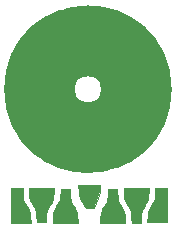
<source format=gbr>
%TF.GenerationSoftware,KiCad,Pcbnew,(5.1.10)-1*%
%TF.CreationDate,2021-10-06T18:31:44-05:00*%
%TF.ProjectId,BYTE_FSR,42595445-5f46-4535-922e-6b696361645f,rev?*%
%TF.SameCoordinates,Original*%
%TF.FileFunction,Soldermask,Top*%
%TF.FilePolarity,Negative*%
%FSLAX46Y46*%
G04 Gerber Fmt 4.6, Leading zero omitted, Abs format (unit mm)*
G04 Created by KiCad (PCBNEW (5.1.10)-1) date 2021-10-06 18:31:44*
%MOMM*%
%LPD*%
G01*
G04 APERTURE LIST*
%ADD10C,0.100000*%
%ADD11C,0.010000*%
%ADD12C,6.000000*%
%ADD13C,1.000000*%
G04 APERTURE END LIST*
D10*
%TO.C,J1*%
G36*
X131920000Y-99960000D02*
G01*
X131910000Y-100140000D01*
X131880000Y-100240000D01*
X131840000Y-100380000D01*
X131780000Y-100470000D01*
X131620000Y-100740000D01*
X131420000Y-101090000D01*
X131340000Y-101390000D01*
X131310000Y-101600000D01*
X131280000Y-102170000D01*
X132970000Y-102170000D01*
X132970000Y-99210000D01*
X131940000Y-99210000D01*
X131920000Y-99960000D01*
G37*
X131920000Y-99960000D02*
X131910000Y-100140000D01*
X131880000Y-100240000D01*
X131840000Y-100380000D01*
X131780000Y-100470000D01*
X131620000Y-100740000D01*
X131420000Y-101090000D01*
X131340000Y-101390000D01*
X131310000Y-101600000D01*
X131280000Y-102170000D01*
X132970000Y-102170000D01*
X132970000Y-99210000D01*
X131940000Y-99210000D01*
X131920000Y-99960000D01*
G36*
X120760000Y-100000000D02*
G01*
X120770000Y-100180000D01*
X120800000Y-100280000D01*
X120840000Y-100420000D01*
X120900000Y-100510000D01*
X121060000Y-100780000D01*
X121260000Y-101130000D01*
X121340000Y-101430000D01*
X121370000Y-101640000D01*
X121400000Y-102210000D01*
X119710000Y-102210000D01*
X119710000Y-99250000D01*
X120740000Y-99250000D01*
X120760000Y-100000000D01*
G37*
X120760000Y-100000000D02*
X120770000Y-100180000D01*
X120800000Y-100280000D01*
X120840000Y-100420000D01*
X120900000Y-100510000D01*
X121060000Y-100780000D01*
X121260000Y-101130000D01*
X121340000Y-101430000D01*
X121370000Y-101640000D01*
X121400000Y-102210000D01*
X119710000Y-102210000D01*
X119710000Y-99250000D01*
X120740000Y-99250000D01*
X120760000Y-100000000D01*
D11*
G36*
X121915157Y-101997117D02*
G01*
X121908028Y-101891645D01*
X121903076Y-101778012D01*
X121901468Y-101691732D01*
X121894288Y-101529171D01*
X121874388Y-101362265D01*
X121844225Y-101207728D01*
X121815636Y-101107925D01*
X121789699Y-101047355D01*
X121745939Y-100960957D01*
X121689579Y-100858418D01*
X121625842Y-100749420D01*
X121595870Y-100700400D01*
X121509201Y-100558460D01*
X121442996Y-100443790D01*
X121393595Y-100348873D01*
X121357339Y-100266190D01*
X121330571Y-100188224D01*
X121311708Y-100116477D01*
X121298857Y-100044652D01*
X121285479Y-99941717D01*
X121272580Y-99818868D01*
X121261165Y-99687300D01*
X121252241Y-99558211D01*
X121246812Y-99442795D01*
X121245636Y-99380936D01*
X121245301Y-99259227D01*
X123366474Y-99259227D01*
X123352261Y-99613769D01*
X123346188Y-99742136D01*
X123338706Y-99864971D01*
X123330559Y-99972003D01*
X123322494Y-100052958D01*
X123318143Y-100083945D01*
X123277669Y-100229299D01*
X123242219Y-100308695D01*
X122658930Y-100308695D01*
X122654148Y-100198126D01*
X122607718Y-100092716D01*
X122561580Y-100034525D01*
X122465077Y-99958135D01*
X122358199Y-99921313D01*
X122245879Y-99925002D01*
X122156625Y-99957137D01*
X122057025Y-100028136D01*
X121994110Y-100119595D01*
X121968871Y-100229215D01*
X121982299Y-100354694D01*
X121983412Y-100359073D01*
X122029744Y-100466671D01*
X122101037Y-100546334D01*
X122189808Y-100597320D01*
X122288573Y-100618890D01*
X122389850Y-100610302D01*
X122486157Y-100570818D01*
X122570010Y-100499695D01*
X122621725Y-100422237D01*
X122658930Y-100308695D01*
X123242219Y-100308695D01*
X123202209Y-100398302D01*
X123091740Y-100591004D01*
X123055320Y-100648006D01*
X122953245Y-100811993D01*
X122875473Y-100955111D01*
X122817186Y-101087217D01*
X122773562Y-101218165D01*
X122769711Y-101231978D01*
X122748024Y-101331259D01*
X122727704Y-101461168D01*
X122710000Y-101610000D01*
X122696160Y-101766049D01*
X122687431Y-101917610D01*
X122684970Y-102026769D01*
X122684634Y-102159061D01*
X121928846Y-102159061D01*
X121915157Y-101997117D01*
G37*
X121915157Y-101997117D02*
X121908028Y-101891645D01*
X121903076Y-101778012D01*
X121901468Y-101691732D01*
X121894288Y-101529171D01*
X121874388Y-101362265D01*
X121844225Y-101207728D01*
X121815636Y-101107925D01*
X121789699Y-101047355D01*
X121745939Y-100960957D01*
X121689579Y-100858418D01*
X121625842Y-100749420D01*
X121595870Y-100700400D01*
X121509201Y-100558460D01*
X121442996Y-100443790D01*
X121393595Y-100348873D01*
X121357339Y-100266190D01*
X121330571Y-100188224D01*
X121311708Y-100116477D01*
X121298857Y-100044652D01*
X121285479Y-99941717D01*
X121272580Y-99818868D01*
X121261165Y-99687300D01*
X121252241Y-99558211D01*
X121246812Y-99442795D01*
X121245636Y-99380936D01*
X121245301Y-99259227D01*
X123366474Y-99259227D01*
X123352261Y-99613769D01*
X123346188Y-99742136D01*
X123338706Y-99864971D01*
X123330559Y-99972003D01*
X123322494Y-100052958D01*
X123318143Y-100083945D01*
X123277669Y-100229299D01*
X123242219Y-100308695D01*
X122658930Y-100308695D01*
X122654148Y-100198126D01*
X122607718Y-100092716D01*
X122561580Y-100034525D01*
X122465077Y-99958135D01*
X122358199Y-99921313D01*
X122245879Y-99925002D01*
X122156625Y-99957137D01*
X122057025Y-100028136D01*
X121994110Y-100119595D01*
X121968871Y-100229215D01*
X121982299Y-100354694D01*
X121983412Y-100359073D01*
X122029744Y-100466671D01*
X122101037Y-100546334D01*
X122189808Y-100597320D01*
X122288573Y-100618890D01*
X122389850Y-100610302D01*
X122486157Y-100570818D01*
X122570010Y-100499695D01*
X122621725Y-100422237D01*
X122658930Y-100308695D01*
X123242219Y-100308695D01*
X123202209Y-100398302D01*
X123091740Y-100591004D01*
X123055320Y-100648006D01*
X122953245Y-100811993D01*
X122875473Y-100955111D01*
X122817186Y-101087217D01*
X122773562Y-101218165D01*
X122769711Y-101231978D01*
X122748024Y-101331259D01*
X122727704Y-101461168D01*
X122710000Y-101610000D01*
X122696160Y-101766049D01*
X122687431Y-101917610D01*
X122684970Y-102026769D01*
X122684634Y-102159061D01*
X121928846Y-102159061D01*
X121915157Y-101997117D01*
G36*
X128745880Y-99489217D02*
G01*
X128753009Y-99594689D01*
X128757961Y-99708322D01*
X128759569Y-99794602D01*
X128766749Y-99957163D01*
X128786649Y-100124069D01*
X128816812Y-100278606D01*
X128845401Y-100378409D01*
X128871338Y-100438979D01*
X128915098Y-100525377D01*
X128971458Y-100627916D01*
X129035195Y-100736914D01*
X129065167Y-100785934D01*
X129151836Y-100927874D01*
X129218041Y-101042544D01*
X129267442Y-101137461D01*
X129303698Y-101220144D01*
X129330466Y-101298110D01*
X129349329Y-101369857D01*
X129362180Y-101441682D01*
X129375558Y-101544617D01*
X129388457Y-101667466D01*
X129399872Y-101799034D01*
X129408796Y-101928123D01*
X129414225Y-102043539D01*
X129415401Y-102105398D01*
X129415736Y-102227107D01*
X127294563Y-102227107D01*
X127308776Y-101872565D01*
X127314849Y-101744198D01*
X127322331Y-101621363D01*
X127330478Y-101514331D01*
X127338543Y-101433376D01*
X127342894Y-101402389D01*
X127383368Y-101257035D01*
X127418818Y-101177639D01*
X128002107Y-101177639D01*
X128006889Y-101288208D01*
X128053319Y-101393618D01*
X128099457Y-101451809D01*
X128195960Y-101528199D01*
X128302838Y-101565021D01*
X128415158Y-101561332D01*
X128504412Y-101529197D01*
X128604012Y-101458198D01*
X128666927Y-101366739D01*
X128692166Y-101257119D01*
X128678738Y-101131640D01*
X128677625Y-101127261D01*
X128631293Y-101019663D01*
X128560000Y-100940000D01*
X128471229Y-100889014D01*
X128372464Y-100867444D01*
X128271187Y-100876032D01*
X128174880Y-100915516D01*
X128091027Y-100986639D01*
X128039312Y-101064097D01*
X128002107Y-101177639D01*
X127418818Y-101177639D01*
X127458828Y-101088032D01*
X127569297Y-100895330D01*
X127605717Y-100838328D01*
X127707792Y-100674341D01*
X127785564Y-100531223D01*
X127843851Y-100399117D01*
X127887475Y-100268169D01*
X127891326Y-100254356D01*
X127913013Y-100155075D01*
X127933333Y-100025166D01*
X127951037Y-99876334D01*
X127964877Y-99720285D01*
X127973606Y-99568724D01*
X127976067Y-99459565D01*
X127976403Y-99327273D01*
X128732191Y-99327273D01*
X128745880Y-99489217D01*
G37*
X128745880Y-99489217D02*
X128753009Y-99594689D01*
X128757961Y-99708322D01*
X128759569Y-99794602D01*
X128766749Y-99957163D01*
X128786649Y-100124069D01*
X128816812Y-100278606D01*
X128845401Y-100378409D01*
X128871338Y-100438979D01*
X128915098Y-100525377D01*
X128971458Y-100627916D01*
X129035195Y-100736914D01*
X129065167Y-100785934D01*
X129151836Y-100927874D01*
X129218041Y-101042544D01*
X129267442Y-101137461D01*
X129303698Y-101220144D01*
X129330466Y-101298110D01*
X129349329Y-101369857D01*
X129362180Y-101441682D01*
X129375558Y-101544617D01*
X129388457Y-101667466D01*
X129399872Y-101799034D01*
X129408796Y-101928123D01*
X129414225Y-102043539D01*
X129415401Y-102105398D01*
X129415736Y-102227107D01*
X127294563Y-102227107D01*
X127308776Y-101872565D01*
X127314849Y-101744198D01*
X127322331Y-101621363D01*
X127330478Y-101514331D01*
X127338543Y-101433376D01*
X127342894Y-101402389D01*
X127383368Y-101257035D01*
X127418818Y-101177639D01*
X128002107Y-101177639D01*
X128006889Y-101288208D01*
X128053319Y-101393618D01*
X128099457Y-101451809D01*
X128195960Y-101528199D01*
X128302838Y-101565021D01*
X128415158Y-101561332D01*
X128504412Y-101529197D01*
X128604012Y-101458198D01*
X128666927Y-101366739D01*
X128692166Y-101257119D01*
X128678738Y-101131640D01*
X128677625Y-101127261D01*
X128631293Y-101019663D01*
X128560000Y-100940000D01*
X128471229Y-100889014D01*
X128372464Y-100867444D01*
X128271187Y-100876032D01*
X128174880Y-100915516D01*
X128091027Y-100986639D01*
X128039312Y-101064097D01*
X128002107Y-101177639D01*
X127418818Y-101177639D01*
X127458828Y-101088032D01*
X127569297Y-100895330D01*
X127605717Y-100838328D01*
X127707792Y-100674341D01*
X127785564Y-100531223D01*
X127843851Y-100399117D01*
X127887475Y-100268169D01*
X127891326Y-100254356D01*
X127913013Y-100155075D01*
X127933333Y-100025166D01*
X127951037Y-99876334D01*
X127964877Y-99720285D01*
X127973606Y-99568724D01*
X127976067Y-99459565D01*
X127976403Y-99327273D01*
X128732191Y-99327273D01*
X128745880Y-99489217D01*
G36*
X129955349Y-102029797D02*
G01*
X129948220Y-101924325D01*
X129943268Y-101810692D01*
X129941660Y-101724412D01*
X129934480Y-101561851D01*
X129914580Y-101394945D01*
X129884417Y-101240408D01*
X129855828Y-101140605D01*
X129829891Y-101080035D01*
X129786131Y-100993637D01*
X129729771Y-100891098D01*
X129666034Y-100782100D01*
X129636062Y-100733080D01*
X129549393Y-100591140D01*
X129483188Y-100476470D01*
X129433787Y-100381553D01*
X129397531Y-100298870D01*
X129370763Y-100220904D01*
X129351900Y-100149157D01*
X129339049Y-100077332D01*
X129325671Y-99974397D01*
X129312772Y-99851548D01*
X129301357Y-99719980D01*
X129292433Y-99590891D01*
X129287004Y-99475475D01*
X129285828Y-99413616D01*
X129285493Y-99291907D01*
X131406666Y-99291907D01*
X131392453Y-99646449D01*
X131386380Y-99774816D01*
X131378898Y-99897651D01*
X131370751Y-100004683D01*
X131362686Y-100085638D01*
X131358335Y-100116625D01*
X131317861Y-100261979D01*
X131282411Y-100341375D01*
X130699122Y-100341375D01*
X130694340Y-100230806D01*
X130647910Y-100125396D01*
X130601772Y-100067205D01*
X130505269Y-99990815D01*
X130398391Y-99953993D01*
X130286071Y-99957682D01*
X130196817Y-99989817D01*
X130097217Y-100060816D01*
X130034302Y-100152275D01*
X130009063Y-100261895D01*
X130022491Y-100387374D01*
X130023604Y-100391753D01*
X130069936Y-100499351D01*
X130141229Y-100579014D01*
X130230000Y-100630000D01*
X130328765Y-100651570D01*
X130430042Y-100642982D01*
X130526349Y-100603498D01*
X130610202Y-100532375D01*
X130661917Y-100454917D01*
X130699122Y-100341375D01*
X131282411Y-100341375D01*
X131242401Y-100430982D01*
X131131932Y-100623684D01*
X131095512Y-100680686D01*
X130993437Y-100844673D01*
X130915665Y-100987791D01*
X130857378Y-101119897D01*
X130813754Y-101250845D01*
X130809903Y-101264658D01*
X130788216Y-101363939D01*
X130767896Y-101493848D01*
X130750192Y-101642680D01*
X130736352Y-101798729D01*
X130727623Y-101950290D01*
X130725162Y-102059449D01*
X130724826Y-102191741D01*
X129969038Y-102191741D01*
X129955349Y-102029797D01*
G37*
X129955349Y-102029797D02*
X129948220Y-101924325D01*
X129943268Y-101810692D01*
X129941660Y-101724412D01*
X129934480Y-101561851D01*
X129914580Y-101394945D01*
X129884417Y-101240408D01*
X129855828Y-101140605D01*
X129829891Y-101080035D01*
X129786131Y-100993637D01*
X129729771Y-100891098D01*
X129666034Y-100782100D01*
X129636062Y-100733080D01*
X129549393Y-100591140D01*
X129483188Y-100476470D01*
X129433787Y-100381553D01*
X129397531Y-100298870D01*
X129370763Y-100220904D01*
X129351900Y-100149157D01*
X129339049Y-100077332D01*
X129325671Y-99974397D01*
X129312772Y-99851548D01*
X129301357Y-99719980D01*
X129292433Y-99590891D01*
X129287004Y-99475475D01*
X129285828Y-99413616D01*
X129285493Y-99291907D01*
X131406666Y-99291907D01*
X131392453Y-99646449D01*
X131386380Y-99774816D01*
X131378898Y-99897651D01*
X131370751Y-100004683D01*
X131362686Y-100085638D01*
X131358335Y-100116625D01*
X131317861Y-100261979D01*
X131282411Y-100341375D01*
X130699122Y-100341375D01*
X130694340Y-100230806D01*
X130647910Y-100125396D01*
X130601772Y-100067205D01*
X130505269Y-99990815D01*
X130398391Y-99953993D01*
X130286071Y-99957682D01*
X130196817Y-99989817D01*
X130097217Y-100060816D01*
X130034302Y-100152275D01*
X130009063Y-100261895D01*
X130022491Y-100387374D01*
X130023604Y-100391753D01*
X130069936Y-100499351D01*
X130141229Y-100579014D01*
X130230000Y-100630000D01*
X130328765Y-100651570D01*
X130430042Y-100642982D01*
X130526349Y-100603498D01*
X130610202Y-100532375D01*
X130661917Y-100454917D01*
X130699122Y-100341375D01*
X131282411Y-100341375D01*
X131242401Y-100430982D01*
X131131932Y-100623684D01*
X131095512Y-100680686D01*
X130993437Y-100844673D01*
X130915665Y-100987791D01*
X130857378Y-101119897D01*
X130813754Y-101250845D01*
X130809903Y-101264658D01*
X130788216Y-101363939D01*
X130767896Y-101493848D01*
X130750192Y-101642680D01*
X130736352Y-101798729D01*
X130727623Y-101950290D01*
X130725162Y-102059449D01*
X130724826Y-102191741D01*
X129969038Y-102191741D01*
X129955349Y-102029797D01*
G36*
X124720311Y-99460203D02*
G01*
X124727440Y-99565675D01*
X124732392Y-99679308D01*
X124734000Y-99765588D01*
X124741180Y-99928149D01*
X124761080Y-100095055D01*
X124791243Y-100249592D01*
X124819832Y-100349395D01*
X124845769Y-100409965D01*
X124889529Y-100496363D01*
X124945889Y-100598902D01*
X125009626Y-100707900D01*
X125039598Y-100756920D01*
X125126267Y-100898860D01*
X125192472Y-101013530D01*
X125241873Y-101108447D01*
X125278129Y-101191130D01*
X125304897Y-101269096D01*
X125323760Y-101340843D01*
X125336611Y-101412668D01*
X125349989Y-101515603D01*
X125362888Y-101638452D01*
X125374303Y-101770020D01*
X125383227Y-101899109D01*
X125388656Y-102014525D01*
X125389832Y-102076384D01*
X125390167Y-102198093D01*
X123268994Y-102198093D01*
X123283207Y-101843551D01*
X123289280Y-101715184D01*
X123296762Y-101592349D01*
X123304909Y-101485317D01*
X123312974Y-101404362D01*
X123317325Y-101373375D01*
X123357799Y-101228021D01*
X123393249Y-101148625D01*
X123976538Y-101148625D01*
X123981320Y-101259194D01*
X124027750Y-101364604D01*
X124073888Y-101422795D01*
X124170391Y-101499185D01*
X124277269Y-101536007D01*
X124389589Y-101532318D01*
X124478843Y-101500183D01*
X124578443Y-101429184D01*
X124641358Y-101337725D01*
X124666597Y-101228105D01*
X124653169Y-101102626D01*
X124652056Y-101098247D01*
X124605724Y-100990649D01*
X124534431Y-100910986D01*
X124445660Y-100860000D01*
X124346895Y-100838430D01*
X124245618Y-100847018D01*
X124149311Y-100886502D01*
X124065458Y-100957625D01*
X124013743Y-101035083D01*
X123976538Y-101148625D01*
X123393249Y-101148625D01*
X123433259Y-101059018D01*
X123543728Y-100866316D01*
X123580148Y-100809314D01*
X123682223Y-100645327D01*
X123759995Y-100502209D01*
X123818282Y-100370103D01*
X123861906Y-100239155D01*
X123865757Y-100225342D01*
X123887444Y-100126061D01*
X123907764Y-99996152D01*
X123925468Y-99847320D01*
X123939308Y-99691271D01*
X123948037Y-99539710D01*
X123950498Y-99430551D01*
X123950834Y-99298259D01*
X124706622Y-99298259D01*
X124720311Y-99460203D01*
G37*
X124720311Y-99460203D02*
X124727440Y-99565675D01*
X124732392Y-99679308D01*
X124734000Y-99765588D01*
X124741180Y-99928149D01*
X124761080Y-100095055D01*
X124791243Y-100249592D01*
X124819832Y-100349395D01*
X124845769Y-100409965D01*
X124889529Y-100496363D01*
X124945889Y-100598902D01*
X125009626Y-100707900D01*
X125039598Y-100756920D01*
X125126267Y-100898860D01*
X125192472Y-101013530D01*
X125241873Y-101108447D01*
X125278129Y-101191130D01*
X125304897Y-101269096D01*
X125323760Y-101340843D01*
X125336611Y-101412668D01*
X125349989Y-101515603D01*
X125362888Y-101638452D01*
X125374303Y-101770020D01*
X125383227Y-101899109D01*
X125388656Y-102014525D01*
X125389832Y-102076384D01*
X125390167Y-102198093D01*
X123268994Y-102198093D01*
X123283207Y-101843551D01*
X123289280Y-101715184D01*
X123296762Y-101592349D01*
X123304909Y-101485317D01*
X123312974Y-101404362D01*
X123317325Y-101373375D01*
X123357799Y-101228021D01*
X123393249Y-101148625D01*
X123976538Y-101148625D01*
X123981320Y-101259194D01*
X124027750Y-101364604D01*
X124073888Y-101422795D01*
X124170391Y-101499185D01*
X124277269Y-101536007D01*
X124389589Y-101532318D01*
X124478843Y-101500183D01*
X124578443Y-101429184D01*
X124641358Y-101337725D01*
X124666597Y-101228105D01*
X124653169Y-101102626D01*
X124652056Y-101098247D01*
X124605724Y-100990649D01*
X124534431Y-100910986D01*
X124445660Y-100860000D01*
X124346895Y-100838430D01*
X124245618Y-100847018D01*
X124149311Y-100886502D01*
X124065458Y-100957625D01*
X124013743Y-101035083D01*
X123976538Y-101148625D01*
X123393249Y-101148625D01*
X123433259Y-101059018D01*
X123543728Y-100866316D01*
X123580148Y-100809314D01*
X123682223Y-100645327D01*
X123759995Y-100502209D01*
X123818282Y-100370103D01*
X123861906Y-100239155D01*
X123865757Y-100225342D01*
X123887444Y-100126061D01*
X123907764Y-99996152D01*
X123925468Y-99847320D01*
X123939308Y-99691271D01*
X123948037Y-99539710D01*
X123950498Y-99430551D01*
X123950834Y-99298259D01*
X124706622Y-99298259D01*
X124720311Y-99460203D01*
D12*
X130350012Y-90890000D02*
G75*
G03*
X130350012Y-90890000I-4090012J0D01*
G01*
D10*
G36*
X126190000Y-100820000D02*
G01*
X126190000Y-100920000D01*
X126090000Y-100920000D01*
X126010000Y-100820000D01*
X125950000Y-100730000D01*
X125790000Y-100460000D01*
X125590000Y-100110000D01*
X125510000Y-99810000D01*
X125480000Y-99600000D01*
X125450000Y-99030000D01*
X126790000Y-99030000D01*
X126790000Y-100920000D01*
X126110000Y-100920000D01*
X126190000Y-100820000D01*
G37*
X126190000Y-100820000D02*
X126190000Y-100920000D01*
X126090000Y-100920000D01*
X126010000Y-100820000D01*
X125950000Y-100730000D01*
X125790000Y-100460000D01*
X125590000Y-100110000D01*
X125510000Y-99810000D01*
X125480000Y-99600000D01*
X125450000Y-99030000D01*
X126790000Y-99030000D01*
X126790000Y-100920000D01*
X126110000Y-100920000D01*
X126190000Y-100820000D01*
G36*
X126730000Y-100820000D02*
G01*
X126690000Y-100820000D01*
X126730000Y-100820000D01*
X126790000Y-100920000D01*
X126950000Y-100520000D01*
X127150000Y-100110000D01*
X127230000Y-99810000D01*
X127260000Y-99600000D01*
X127290000Y-99030000D01*
X125995000Y-99030000D01*
X125985000Y-100730000D01*
X126630000Y-100720000D01*
X126730000Y-100820000D01*
G37*
X126730000Y-100820000D02*
X126690000Y-100820000D01*
X126730000Y-100820000D01*
X126790000Y-100920000D01*
X126950000Y-100520000D01*
X127150000Y-100110000D01*
X127230000Y-99810000D01*
X127260000Y-99600000D01*
X127290000Y-99030000D01*
X125995000Y-99030000D01*
X125985000Y-100730000D01*
X126630000Y-100720000D01*
X126730000Y-100820000D01*
%TD*%
D13*
%TO.C,J1*%
X120340000Y-101240000D03*
X122390000Y-100240000D03*
X124330000Y-101240000D03*
X128380000Y-101240000D03*
X130350000Y-100240000D03*
X132300000Y-101240000D03*
%TD*%
M02*

</source>
